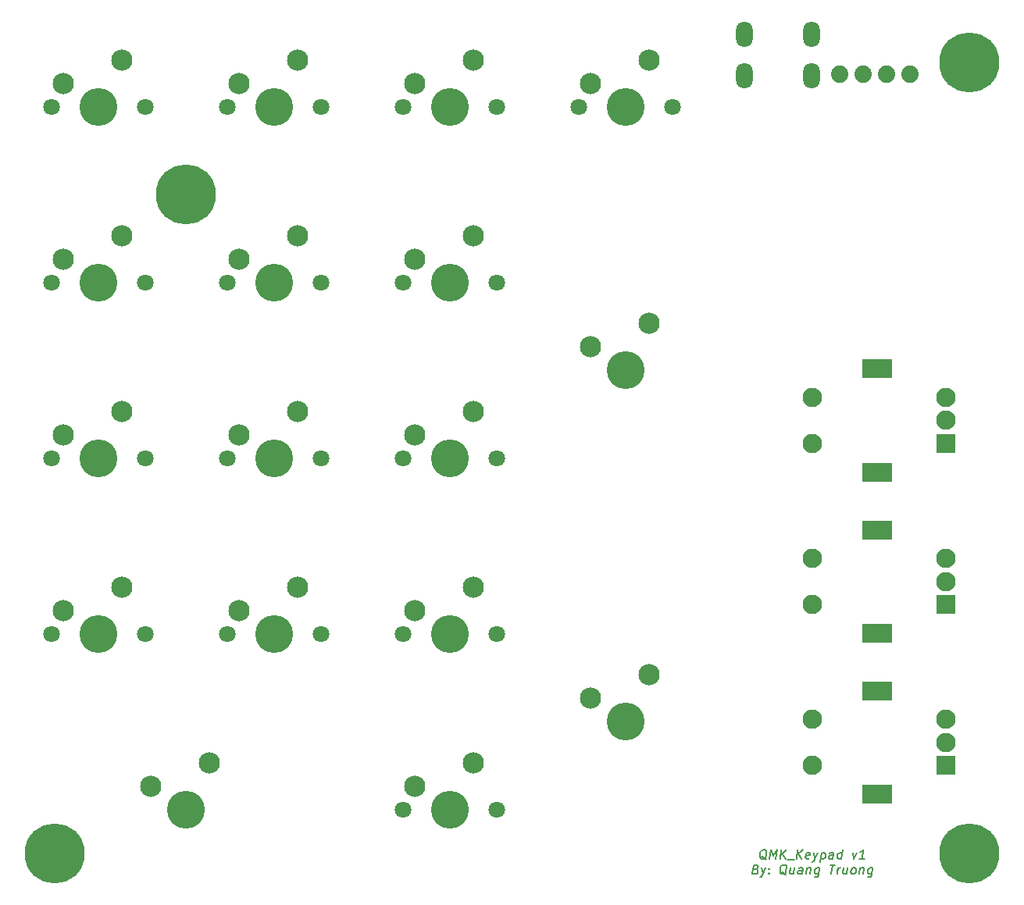
<source format=gts>
G04 #@! TF.GenerationSoftware,KiCad,Pcbnew,(5.1.4)-1*
G04 #@! TF.CreationDate,2020-08-18T14:14:28-04:00*
G04 #@! TF.ProjectId,my_keyboard,6d795f6b-6579-4626-9f61-72642e6b6963,rev?*
G04 #@! TF.SameCoordinates,Original*
G04 #@! TF.FileFunction,Soldermask,Top*
G04 #@! TF.FilePolarity,Negative*
%FSLAX46Y46*%
G04 Gerber Fmt 4.6, Leading zero omitted, Abs format (unit mm)*
G04 Created by KiCad (PCBNEW (5.1.4)-1) date 2020-08-18 14:14:28*
%MOMM*%
%LPD*%
G04 APERTURE LIST*
%ADD10C,0.150000*%
%ADD11C,4.102000*%
%ADD12C,2.302000*%
%ADD13C,1.880000*%
%ADD14C,1.802000*%
%ADD15C,2.102000*%
%ADD16R,3.302000X2.102000*%
%ADD17R,2.102000X2.102000*%
%ADD18C,0.902000*%
%ADD19C,6.502000*%
%ADD20O,1.802000X2.802000*%
G04 APERTURE END LIST*
D10*
X177315419Y-146725069D02*
X177226133Y-146677450D01*
X177142800Y-146582211D01*
X177017800Y-146439354D01*
X176928514Y-146391735D01*
X176833276Y-146391735D01*
X176851133Y-146629830D02*
X176761848Y-146582211D01*
X176678514Y-146486973D01*
X176654705Y-146296497D01*
X176696372Y-145963164D01*
X176767800Y-145772688D01*
X176874943Y-145677450D01*
X176976133Y-145629830D01*
X177166610Y-145629830D01*
X177255895Y-145677450D01*
X177339229Y-145772688D01*
X177363038Y-145963164D01*
X177321372Y-146296497D01*
X177249943Y-146486973D01*
X177142800Y-146582211D01*
X177041610Y-146629830D01*
X176851133Y-146629830D01*
X177708276Y-146629830D02*
X177833276Y-145629830D01*
X178077324Y-146344116D01*
X178499943Y-145629830D01*
X178374943Y-146629830D01*
X178851133Y-146629830D02*
X178976133Y-145629830D01*
X179422562Y-146629830D02*
X179065419Y-146058402D01*
X179547562Y-145629830D02*
X178904705Y-146201259D01*
X179601133Y-146725069D02*
X180363038Y-146725069D01*
X180613038Y-146629830D02*
X180738038Y-145629830D01*
X181184467Y-146629830D02*
X180827324Y-146058402D01*
X181309467Y-145629830D02*
X180666610Y-146201259D01*
X181999943Y-146582211D02*
X181898752Y-146629830D01*
X181708276Y-146629830D01*
X181618991Y-146582211D01*
X181583276Y-146486973D01*
X181630895Y-146106021D01*
X181690419Y-146010783D01*
X181791610Y-145963164D01*
X181982086Y-145963164D01*
X182071372Y-146010783D01*
X182107086Y-146106021D01*
X182095181Y-146201259D01*
X181607086Y-146296497D01*
X182458276Y-145963164D02*
X182613038Y-146629830D01*
X182934467Y-145963164D02*
X182613038Y-146629830D01*
X182488038Y-146867926D01*
X182434467Y-146915545D01*
X182333276Y-146963164D01*
X183315419Y-145963164D02*
X183190419Y-146963164D01*
X183309467Y-146010783D02*
X183410657Y-145963164D01*
X183601133Y-145963164D01*
X183690419Y-146010783D01*
X183732086Y-146058402D01*
X183767800Y-146153640D01*
X183732086Y-146439354D01*
X183672562Y-146534592D01*
X183618991Y-146582211D01*
X183517800Y-146629830D01*
X183327324Y-146629830D01*
X183238038Y-146582211D01*
X184565419Y-146629830D02*
X184630895Y-146106021D01*
X184595181Y-146010783D01*
X184505895Y-145963164D01*
X184315419Y-145963164D01*
X184214229Y-146010783D01*
X184571372Y-146582211D02*
X184470181Y-146629830D01*
X184232086Y-146629830D01*
X184142800Y-146582211D01*
X184107086Y-146486973D01*
X184118991Y-146391735D01*
X184178514Y-146296497D01*
X184279705Y-146248878D01*
X184517800Y-146248878D01*
X184618991Y-146201259D01*
X185470181Y-146629830D02*
X185595181Y-145629830D01*
X185476133Y-146582211D02*
X185374943Y-146629830D01*
X185184467Y-146629830D01*
X185095181Y-146582211D01*
X185053514Y-146534592D01*
X185017800Y-146439354D01*
X185053514Y-146153640D01*
X185113038Y-146058402D01*
X185166610Y-146010783D01*
X185267800Y-145963164D01*
X185458276Y-145963164D01*
X185547562Y-146010783D01*
X186696372Y-145963164D02*
X186851133Y-146629830D01*
X187172562Y-145963164D01*
X187993991Y-146629830D02*
X187422562Y-146629830D01*
X187708276Y-146629830D02*
X187833276Y-145629830D01*
X187720181Y-145772688D01*
X187613038Y-145867926D01*
X187511848Y-145915545D01*
X176226133Y-147756021D02*
X176363038Y-147803640D01*
X176404705Y-147851259D01*
X176440419Y-147946497D01*
X176422562Y-148089354D01*
X176363038Y-148184592D01*
X176309467Y-148232211D01*
X176208276Y-148279830D01*
X175827324Y-148279830D01*
X175952324Y-147279830D01*
X176285657Y-147279830D01*
X176374943Y-147327450D01*
X176416610Y-147375069D01*
X176452324Y-147470307D01*
X176440419Y-147565545D01*
X176380895Y-147660783D01*
X176327324Y-147708402D01*
X176226133Y-147756021D01*
X175892800Y-147756021D01*
X176815419Y-147613164D02*
X176970181Y-148279830D01*
X177291610Y-147613164D02*
X176970181Y-148279830D01*
X176845181Y-148517926D01*
X176791610Y-148565545D01*
X176690419Y-148613164D01*
X177601133Y-148184592D02*
X177642800Y-148232211D01*
X177589229Y-148279830D01*
X177547562Y-148232211D01*
X177601133Y-148184592D01*
X177589229Y-148279830D01*
X177666610Y-147660783D02*
X177708276Y-147708402D01*
X177654705Y-147756021D01*
X177613038Y-147708402D01*
X177666610Y-147660783D01*
X177654705Y-147756021D01*
X179482086Y-148375069D02*
X179392800Y-148327450D01*
X179309467Y-148232211D01*
X179184467Y-148089354D01*
X179095181Y-148041735D01*
X178999943Y-148041735D01*
X179017800Y-148279830D02*
X178928514Y-148232211D01*
X178845181Y-148136973D01*
X178821372Y-147946497D01*
X178863038Y-147613164D01*
X178934467Y-147422688D01*
X179041610Y-147327450D01*
X179142800Y-147279830D01*
X179333276Y-147279830D01*
X179422562Y-147327450D01*
X179505895Y-147422688D01*
X179529705Y-147613164D01*
X179488038Y-147946497D01*
X179416610Y-148136973D01*
X179309467Y-148232211D01*
X179208276Y-148279830D01*
X179017800Y-148279830D01*
X180386848Y-147613164D02*
X180303514Y-148279830D01*
X179958276Y-147613164D02*
X179892800Y-148136973D01*
X179928514Y-148232211D01*
X180017800Y-148279830D01*
X180160657Y-148279830D01*
X180261848Y-148232211D01*
X180315419Y-148184592D01*
X181208276Y-148279830D02*
X181273752Y-147756021D01*
X181238038Y-147660783D01*
X181148752Y-147613164D01*
X180958276Y-147613164D01*
X180857086Y-147660783D01*
X181214229Y-148232211D02*
X181113038Y-148279830D01*
X180874943Y-148279830D01*
X180785657Y-148232211D01*
X180749943Y-148136973D01*
X180761848Y-148041735D01*
X180821372Y-147946497D01*
X180922562Y-147898878D01*
X181160657Y-147898878D01*
X181261848Y-147851259D01*
X181767800Y-147613164D02*
X181684467Y-148279830D01*
X181755895Y-147708402D02*
X181809467Y-147660783D01*
X181910657Y-147613164D01*
X182053514Y-147613164D01*
X182142800Y-147660783D01*
X182178514Y-147756021D01*
X182113038Y-148279830D01*
X183101133Y-147613164D02*
X182999943Y-148422688D01*
X182940419Y-148517926D01*
X182886848Y-148565545D01*
X182785657Y-148613164D01*
X182642800Y-148613164D01*
X182553514Y-148565545D01*
X183023752Y-148232211D02*
X182922562Y-148279830D01*
X182732086Y-148279830D01*
X182642800Y-148232211D01*
X182601133Y-148184592D01*
X182565419Y-148089354D01*
X182601133Y-147803640D01*
X182660657Y-147708402D01*
X182714229Y-147660783D01*
X182815419Y-147613164D01*
X183005895Y-147613164D01*
X183095181Y-147660783D01*
X184238038Y-147279830D02*
X184809467Y-147279830D01*
X184398752Y-148279830D02*
X184523752Y-147279830D01*
X185017800Y-148279830D02*
X185101133Y-147613164D01*
X185077324Y-147803640D02*
X185136848Y-147708402D01*
X185190419Y-147660783D01*
X185291610Y-147613164D01*
X185386848Y-147613164D01*
X186148752Y-147613164D02*
X186065419Y-148279830D01*
X185720181Y-147613164D02*
X185654705Y-148136973D01*
X185690419Y-148232211D01*
X185779705Y-148279830D01*
X185922562Y-148279830D01*
X186023752Y-148232211D01*
X186077324Y-148184592D01*
X186684467Y-148279830D02*
X186595181Y-148232211D01*
X186553514Y-148184592D01*
X186517800Y-148089354D01*
X186553514Y-147803640D01*
X186613038Y-147708402D01*
X186666610Y-147660783D01*
X186767800Y-147613164D01*
X186910657Y-147613164D01*
X186999943Y-147660783D01*
X187041610Y-147708402D01*
X187077324Y-147803640D01*
X187041610Y-148089354D01*
X186982086Y-148184592D01*
X186928514Y-148232211D01*
X186827324Y-148279830D01*
X186684467Y-148279830D01*
X187529705Y-147613164D02*
X187446372Y-148279830D01*
X187517800Y-147708402D02*
X187571372Y-147660783D01*
X187672562Y-147613164D01*
X187815419Y-147613164D01*
X187904705Y-147660783D01*
X187940419Y-147756021D01*
X187874943Y-148279830D01*
X188863038Y-147613164D02*
X188761848Y-148422688D01*
X188702324Y-148517926D01*
X188648752Y-148565545D01*
X188547562Y-148613164D01*
X188404705Y-148613164D01*
X188315419Y-148565545D01*
X188785657Y-148232211D02*
X188684467Y-148279830D01*
X188493991Y-148279830D01*
X188404705Y-148232211D01*
X188363038Y-148184592D01*
X188327324Y-148089354D01*
X188363038Y-147803640D01*
X188422562Y-147708402D01*
X188476133Y-147660783D01*
X188577324Y-147613164D01*
X188767800Y-147613164D01*
X188857086Y-147660783D01*
D11*
X162084000Y-131762000D03*
D12*
X158274000Y-129222000D03*
X164624000Y-126682000D03*
D11*
X162084000Y-93662400D03*
D12*
X158274000Y-91122400D03*
X164624000Y-88582400D03*
D11*
X114458000Y-141287000D03*
D12*
X110648000Y-138747000D03*
X116998000Y-136207000D03*
D13*
X185261000Y-61594900D03*
X187801000Y-61594900D03*
X190341000Y-61594900D03*
X192881000Y-61594900D03*
D14*
X110014000Y-65087400D03*
X99854000Y-65087400D03*
D11*
X104934000Y-65087400D03*
D12*
X101124000Y-62547400D03*
X107474000Y-60007400D03*
X107474000Y-79057400D03*
X101124000Y-81597400D03*
D11*
X104934000Y-84137400D03*
D14*
X99854000Y-84137400D03*
X110014000Y-84137400D03*
X110014000Y-103187400D03*
X99854000Y-103187400D03*
D11*
X104934000Y-103187400D03*
D12*
X101124000Y-100647400D03*
X107474000Y-98107400D03*
X107474000Y-117157000D03*
X101124000Y-119697000D03*
D11*
X104934000Y-122237000D03*
D14*
X99854000Y-122237000D03*
X110014000Y-122237000D03*
D12*
X126524000Y-60007400D03*
X120174000Y-62547400D03*
D11*
X123984000Y-65087400D03*
D14*
X118904000Y-65087400D03*
X129064000Y-65087400D03*
X129064000Y-84137400D03*
X118904000Y-84137400D03*
D11*
X123984000Y-84137400D03*
D12*
X120174000Y-81597400D03*
X126524000Y-79057400D03*
X126524000Y-98107400D03*
X120174000Y-100647400D03*
D11*
X123984000Y-103187400D03*
D14*
X118904000Y-103187400D03*
X129064000Y-103187400D03*
X129064000Y-122237000D03*
X118904000Y-122237000D03*
D11*
X123984000Y-122237000D03*
D12*
X120174000Y-119697000D03*
X126524000Y-117157000D03*
X145574000Y-136207000D03*
X139224000Y-138747000D03*
D11*
X143034000Y-141287000D03*
D14*
X137954000Y-141287000D03*
X148114000Y-141287000D03*
X148114000Y-65087400D03*
X137954000Y-65087400D03*
D11*
X143034000Y-65087400D03*
D12*
X139224000Y-62547400D03*
X145574000Y-60007400D03*
X145574000Y-79057400D03*
X139224000Y-81597400D03*
D11*
X143034000Y-84137400D03*
D14*
X137954000Y-84137400D03*
X148114000Y-84137400D03*
X148114000Y-103187400D03*
X137954000Y-103187400D03*
D11*
X143034000Y-103187400D03*
D12*
X139224000Y-100647400D03*
X145574000Y-98107400D03*
X145574000Y-117157000D03*
X139224000Y-119697000D03*
D11*
X143034000Y-122237000D03*
D14*
X137954000Y-122237000D03*
X148114000Y-122237000D03*
D12*
X164624000Y-60007400D03*
X158274000Y-62547400D03*
D11*
X162084000Y-65087400D03*
D14*
X157004000Y-65087400D03*
X167164000Y-65087400D03*
D15*
X182350000Y-96600000D03*
X182350000Y-101600000D03*
D16*
X189350000Y-93500000D03*
X189350000Y-104700000D03*
D15*
X196850000Y-96600000D03*
X196850000Y-99100000D03*
D17*
X196850000Y-101600000D03*
X196850000Y-136525000D03*
D15*
X196850000Y-134025000D03*
X196850000Y-131525000D03*
D16*
X189350000Y-139625000D03*
X189350000Y-128425000D03*
D15*
X182350000Y-136525000D03*
X182350000Y-131525000D03*
X182350000Y-114062000D03*
X182350000Y-119062000D03*
D16*
X189350000Y-110962000D03*
X189350000Y-122162000D03*
D15*
X196850000Y-114062000D03*
X196850000Y-116562000D03*
D17*
X196850000Y-119062000D03*
D18*
X201087056Y-58627844D03*
X199390000Y-57924900D03*
X197692944Y-58627844D03*
X196990000Y-60324900D03*
X197692944Y-62021956D03*
X199390000Y-62724900D03*
X201087056Y-62021956D03*
X201790000Y-60324900D03*
D19*
X199390000Y-60324900D03*
X100171000Y-146050000D03*
D18*
X102571000Y-146050000D03*
X101868056Y-147747056D03*
X100171000Y-148450000D03*
X98473944Y-147747056D03*
X97771000Y-146050000D03*
X98473944Y-144352944D03*
X100171000Y-143650000D03*
X101868056Y-144352944D03*
D19*
X114458000Y-74612400D03*
D18*
X116858000Y-74612400D03*
X116155056Y-76309456D03*
X114458000Y-77012400D03*
X112760944Y-76309456D03*
X112058000Y-74612400D03*
X112760944Y-72915344D03*
X114458000Y-72212400D03*
X116155056Y-72915344D03*
X201087056Y-144352944D03*
X199390000Y-143650000D03*
X197692944Y-144352944D03*
X196990000Y-146050000D03*
X197692944Y-147747056D03*
X199390000Y-148450000D03*
X201087056Y-147747056D03*
X201790000Y-146050000D03*
D19*
X199390000Y-146050000D03*
D20*
X174944000Y-61713400D03*
X182244000Y-61713400D03*
X182244000Y-57213400D03*
X174944000Y-57213400D03*
M02*

</source>
